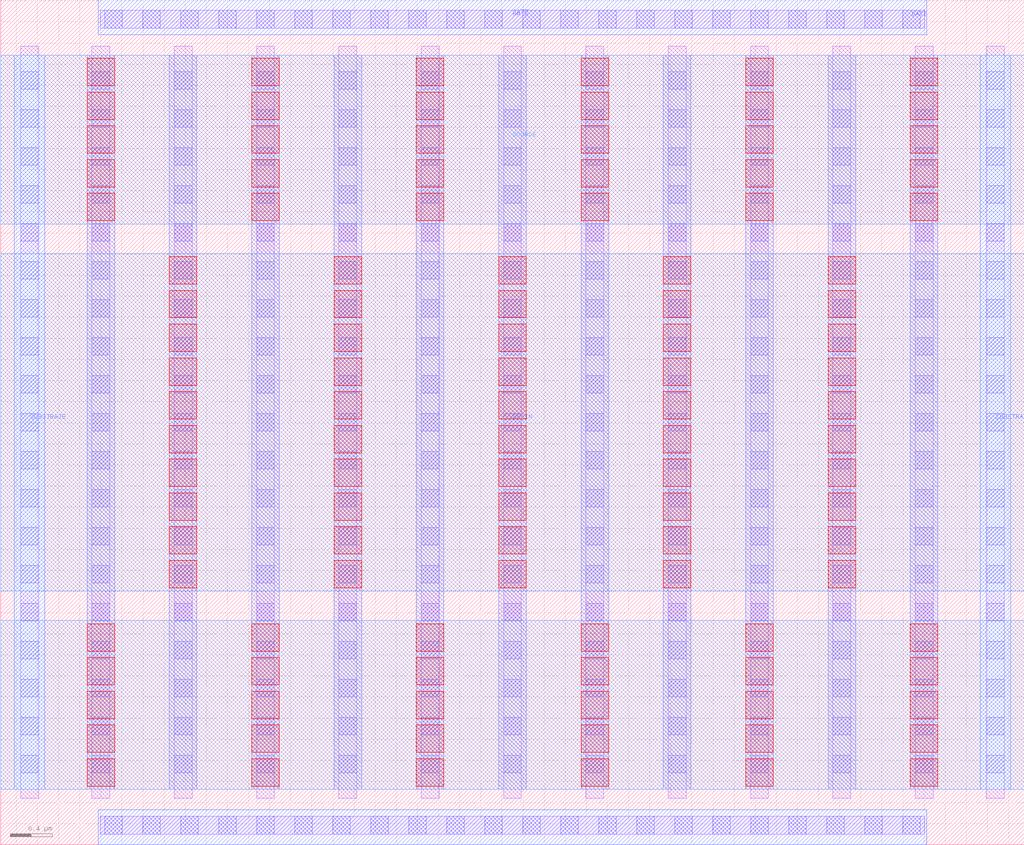
<source format=lef>
# Copyright 2020 The SkyWater PDK Authors
#
# Licensed under the Apache License, Version 2.0 (the "License");
# you may not use this file except in compliance with the License.
# You may obtain a copy of the License at
#
#     https://www.apache.org/licenses/LICENSE-2.0
#
# Unless required by applicable law or agreed to in writing, software
# distributed under the License is distributed on an "AS IS" BASIS,
# WITHOUT WARRANTIES OR CONDITIONS OF ANY KIND, either express or implied.
# See the License for the specific language governing permissions and
# limitations under the License.
#
# SPDX-License-Identifier: Apache-2.0

VERSION 5.7 ;
  NOWIREEXTENSIONATPIN ON ;
  DIVIDERCHAR "/" ;
  BUSBITCHARS "[]" ;
MACRO sky130_fd_pr__rf_nfet_g5v0d10v5_aM10W7p00L0p50
  CLASS BLOCK ;
  FOREIGN sky130_fd_pr__rf_nfet_g5v0d10v5_aM10W7p00L0p50 ;
  ORIGIN -0.050000  0.000000 ;
  SIZE  9.700000 BY  8.010000 ;
  PIN DRAIN
    ANTENNADIFFAREA  9.926000 ;
    PORT
      LAYER met2 ;
        RECT 0.050000 2.405000 9.750000 5.605000 ;
    END
  END DRAIN
  PIN GATE
    ANTENNAGATEAREA  35.450001 ;
    PORT
      LAYER li1 ;
        RECT 0.995000 0.100000 8.805000 0.270000 ;
        RECT 0.995000 7.740000 8.805000 7.910000 ;
      LAYER mcon ;
        RECT 1.035000 0.100000 1.205000 0.270000 ;
        RECT 1.035000 7.740000 1.205000 7.910000 ;
        RECT 1.395000 0.100000 1.565000 0.270000 ;
        RECT 1.395000 7.740000 1.565000 7.910000 ;
        RECT 1.755000 0.100000 1.925000 0.270000 ;
        RECT 1.755000 7.740000 1.925000 7.910000 ;
        RECT 2.115000 0.100000 2.285000 0.270000 ;
        RECT 2.115000 7.740000 2.285000 7.910000 ;
        RECT 2.475000 0.100000 2.645000 0.270000 ;
        RECT 2.475000 7.740000 2.645000 7.910000 ;
        RECT 2.835000 0.100000 3.005000 0.270000 ;
        RECT 2.835000 7.740000 3.005000 7.910000 ;
        RECT 3.195000 0.100000 3.365000 0.270000 ;
        RECT 3.195000 7.740000 3.365000 7.910000 ;
        RECT 3.555000 0.100000 3.725000 0.270000 ;
        RECT 3.555000 7.740000 3.725000 7.910000 ;
        RECT 3.915000 0.100000 4.085000 0.270000 ;
        RECT 3.915000 7.740000 4.085000 7.910000 ;
        RECT 4.275000 0.100000 4.445000 0.270000 ;
        RECT 4.275000 7.740000 4.445000 7.910000 ;
        RECT 4.635000 0.100000 4.805000 0.270000 ;
        RECT 4.635000 7.740000 4.805000 7.910000 ;
        RECT 4.995000 0.100000 5.165000 0.270000 ;
        RECT 4.995000 7.740000 5.165000 7.910000 ;
        RECT 5.355000 0.100000 5.525000 0.270000 ;
        RECT 5.355000 7.740000 5.525000 7.910000 ;
        RECT 5.715000 0.100000 5.885000 0.270000 ;
        RECT 5.715000 7.740000 5.885000 7.910000 ;
        RECT 6.075000 0.100000 6.245000 0.270000 ;
        RECT 6.075000 7.740000 6.245000 7.910000 ;
        RECT 6.435000 0.100000 6.605000 0.270000 ;
        RECT 6.435000 7.740000 6.605000 7.910000 ;
        RECT 6.795000 0.100000 6.965000 0.270000 ;
        RECT 6.795000 7.740000 6.965000 7.910000 ;
        RECT 7.155000 0.100000 7.325000 0.270000 ;
        RECT 7.155000 7.740000 7.325000 7.910000 ;
        RECT 7.515000 0.100000 7.685000 0.270000 ;
        RECT 7.515000 7.740000 7.685000 7.910000 ;
        RECT 7.875000 0.100000 8.045000 0.270000 ;
        RECT 7.875000 7.740000 8.045000 7.910000 ;
        RECT 8.235000 0.100000 8.405000 0.270000 ;
        RECT 8.235000 7.740000 8.405000 7.910000 ;
        RECT 8.595000 0.100000 8.765000 0.270000 ;
        RECT 8.595000 7.740000 8.765000 7.910000 ;
    END
    PORT
      LAYER met1 ;
        RECT 0.975000 0.000000 8.825000 0.330000 ;
        RECT 0.975000 7.680000 8.825000 8.010000 ;
    END
  END GATE
  PIN SOURCE
    ANTENNADIFFAREA  11.91120 ;
    PORT
      LAYER met2 ;
        RECT 0.050000 0.525000 9.750000 2.125000 ;
        RECT 0.050000 5.885000 9.750000 7.485000 ;
    END
  END SOURCE
  PIN SUBSTRATE
    ANTENNADIFFAREA  2.056100 ;
    PORT
      LAYER met1 ;
        RECT 0.180000 0.525000 0.470000 7.485000 ;
    END
    PORT
      LAYER met1 ;
        RECT 9.330000 0.525000 9.620000 7.485000 ;
    END
  END SUBSTRATE
  OBS
    LAYER li1 ;
      RECT 0.240000 0.440000 0.410000 7.570000 ;
      RECT 0.915000 0.440000 1.085000 7.570000 ;
      RECT 1.695000 0.440000 1.865000 7.570000 ;
      RECT 2.475000 0.440000 2.645000 7.570000 ;
      RECT 3.255000 0.440000 3.425000 7.570000 ;
      RECT 4.035000 0.440000 4.205000 7.570000 ;
      RECT 4.815000 0.440000 4.985000 7.570000 ;
      RECT 5.595000 0.440000 5.765000 7.570000 ;
      RECT 6.375000 0.440000 6.545000 7.570000 ;
      RECT 7.155000 0.440000 7.325000 7.570000 ;
      RECT 7.935000 0.440000 8.105000 7.570000 ;
      RECT 8.715000 0.440000 8.885000 7.570000 ;
      RECT 9.390000 0.440000 9.560000 7.570000 ;
    LAYER mcon ;
      RECT 0.240000 0.680000 0.410000 0.850000 ;
      RECT 0.240000 1.040000 0.410000 1.210000 ;
      RECT 0.240000 1.400000 0.410000 1.570000 ;
      RECT 0.240000 1.760000 0.410000 1.930000 ;
      RECT 0.240000 2.120000 0.410000 2.290000 ;
      RECT 0.240000 2.480000 0.410000 2.650000 ;
      RECT 0.240000 2.840000 0.410000 3.010000 ;
      RECT 0.240000 3.200000 0.410000 3.370000 ;
      RECT 0.240000 3.560000 0.410000 3.730000 ;
      RECT 0.240000 3.920000 0.410000 4.090000 ;
      RECT 0.240000 4.280000 0.410000 4.450000 ;
      RECT 0.240000 4.640000 0.410000 4.810000 ;
      RECT 0.240000 5.000000 0.410000 5.170000 ;
      RECT 0.240000 5.360000 0.410000 5.530000 ;
      RECT 0.240000 5.720000 0.410000 5.890000 ;
      RECT 0.240000 6.080000 0.410000 6.250000 ;
      RECT 0.240000 6.440000 0.410000 6.610000 ;
      RECT 0.240000 6.800000 0.410000 6.970000 ;
      RECT 0.240000 7.160000 0.410000 7.330000 ;
      RECT 0.915000 0.680000 1.085000 0.850000 ;
      RECT 0.915000 1.040000 1.085000 1.210000 ;
      RECT 0.915000 1.400000 1.085000 1.570000 ;
      RECT 0.915000 1.760000 1.085000 1.930000 ;
      RECT 0.915000 2.120000 1.085000 2.290000 ;
      RECT 0.915000 2.480000 1.085000 2.650000 ;
      RECT 0.915000 2.840000 1.085000 3.010000 ;
      RECT 0.915000 3.200000 1.085000 3.370000 ;
      RECT 0.915000 3.560000 1.085000 3.730000 ;
      RECT 0.915000 3.920000 1.085000 4.090000 ;
      RECT 0.915000 4.280000 1.085000 4.450000 ;
      RECT 0.915000 4.640000 1.085000 4.810000 ;
      RECT 0.915000 5.000000 1.085000 5.170000 ;
      RECT 0.915000 5.360000 1.085000 5.530000 ;
      RECT 0.915000 5.720000 1.085000 5.890000 ;
      RECT 0.915000 6.080000 1.085000 6.250000 ;
      RECT 0.915000 6.440000 1.085000 6.610000 ;
      RECT 0.915000 6.800000 1.085000 6.970000 ;
      RECT 0.915000 7.160000 1.085000 7.330000 ;
      RECT 1.695000 0.680000 1.865000 0.850000 ;
      RECT 1.695000 1.040000 1.865000 1.210000 ;
      RECT 1.695000 1.400000 1.865000 1.570000 ;
      RECT 1.695000 1.760000 1.865000 1.930000 ;
      RECT 1.695000 2.120000 1.865000 2.290000 ;
      RECT 1.695000 2.480000 1.865000 2.650000 ;
      RECT 1.695000 2.840000 1.865000 3.010000 ;
      RECT 1.695000 3.200000 1.865000 3.370000 ;
      RECT 1.695000 3.560000 1.865000 3.730000 ;
      RECT 1.695000 3.920000 1.865000 4.090000 ;
      RECT 1.695000 4.280000 1.865000 4.450000 ;
      RECT 1.695000 4.640000 1.865000 4.810000 ;
      RECT 1.695000 5.000000 1.865000 5.170000 ;
      RECT 1.695000 5.360000 1.865000 5.530000 ;
      RECT 1.695000 5.720000 1.865000 5.890000 ;
      RECT 1.695000 6.080000 1.865000 6.250000 ;
      RECT 1.695000 6.440000 1.865000 6.610000 ;
      RECT 1.695000 6.800000 1.865000 6.970000 ;
      RECT 1.695000 7.160000 1.865000 7.330000 ;
      RECT 2.475000 0.680000 2.645000 0.850000 ;
      RECT 2.475000 1.040000 2.645000 1.210000 ;
      RECT 2.475000 1.400000 2.645000 1.570000 ;
      RECT 2.475000 1.760000 2.645000 1.930000 ;
      RECT 2.475000 2.120000 2.645000 2.290000 ;
      RECT 2.475000 2.480000 2.645000 2.650000 ;
      RECT 2.475000 2.840000 2.645000 3.010000 ;
      RECT 2.475000 3.200000 2.645000 3.370000 ;
      RECT 2.475000 3.560000 2.645000 3.730000 ;
      RECT 2.475000 3.920000 2.645000 4.090000 ;
      RECT 2.475000 4.280000 2.645000 4.450000 ;
      RECT 2.475000 4.640000 2.645000 4.810000 ;
      RECT 2.475000 5.000000 2.645000 5.170000 ;
      RECT 2.475000 5.360000 2.645000 5.530000 ;
      RECT 2.475000 5.720000 2.645000 5.890000 ;
      RECT 2.475000 6.080000 2.645000 6.250000 ;
      RECT 2.475000 6.440000 2.645000 6.610000 ;
      RECT 2.475000 6.800000 2.645000 6.970000 ;
      RECT 2.475000 7.160000 2.645000 7.330000 ;
      RECT 3.255000 0.680000 3.425000 0.850000 ;
      RECT 3.255000 1.040000 3.425000 1.210000 ;
      RECT 3.255000 1.400000 3.425000 1.570000 ;
      RECT 3.255000 1.760000 3.425000 1.930000 ;
      RECT 3.255000 2.120000 3.425000 2.290000 ;
      RECT 3.255000 2.480000 3.425000 2.650000 ;
      RECT 3.255000 2.840000 3.425000 3.010000 ;
      RECT 3.255000 3.200000 3.425000 3.370000 ;
      RECT 3.255000 3.560000 3.425000 3.730000 ;
      RECT 3.255000 3.920000 3.425000 4.090000 ;
      RECT 3.255000 4.280000 3.425000 4.450000 ;
      RECT 3.255000 4.640000 3.425000 4.810000 ;
      RECT 3.255000 5.000000 3.425000 5.170000 ;
      RECT 3.255000 5.360000 3.425000 5.530000 ;
      RECT 3.255000 5.720000 3.425000 5.890000 ;
      RECT 3.255000 6.080000 3.425000 6.250000 ;
      RECT 3.255000 6.440000 3.425000 6.610000 ;
      RECT 3.255000 6.800000 3.425000 6.970000 ;
      RECT 3.255000 7.160000 3.425000 7.330000 ;
      RECT 4.035000 0.680000 4.205000 0.850000 ;
      RECT 4.035000 1.040000 4.205000 1.210000 ;
      RECT 4.035000 1.400000 4.205000 1.570000 ;
      RECT 4.035000 1.760000 4.205000 1.930000 ;
      RECT 4.035000 2.120000 4.205000 2.290000 ;
      RECT 4.035000 2.480000 4.205000 2.650000 ;
      RECT 4.035000 2.840000 4.205000 3.010000 ;
      RECT 4.035000 3.200000 4.205000 3.370000 ;
      RECT 4.035000 3.560000 4.205000 3.730000 ;
      RECT 4.035000 3.920000 4.205000 4.090000 ;
      RECT 4.035000 4.280000 4.205000 4.450000 ;
      RECT 4.035000 4.640000 4.205000 4.810000 ;
      RECT 4.035000 5.000000 4.205000 5.170000 ;
      RECT 4.035000 5.360000 4.205000 5.530000 ;
      RECT 4.035000 5.720000 4.205000 5.890000 ;
      RECT 4.035000 6.080000 4.205000 6.250000 ;
      RECT 4.035000 6.440000 4.205000 6.610000 ;
      RECT 4.035000 6.800000 4.205000 6.970000 ;
      RECT 4.035000 7.160000 4.205000 7.330000 ;
      RECT 4.815000 0.680000 4.985000 0.850000 ;
      RECT 4.815000 1.040000 4.985000 1.210000 ;
      RECT 4.815000 1.400000 4.985000 1.570000 ;
      RECT 4.815000 1.760000 4.985000 1.930000 ;
      RECT 4.815000 2.120000 4.985000 2.290000 ;
      RECT 4.815000 2.480000 4.985000 2.650000 ;
      RECT 4.815000 2.840000 4.985000 3.010000 ;
      RECT 4.815000 3.200000 4.985000 3.370000 ;
      RECT 4.815000 3.560000 4.985000 3.730000 ;
      RECT 4.815000 3.920000 4.985000 4.090000 ;
      RECT 4.815000 4.280000 4.985000 4.450000 ;
      RECT 4.815000 4.640000 4.985000 4.810000 ;
      RECT 4.815000 5.000000 4.985000 5.170000 ;
      RECT 4.815000 5.360000 4.985000 5.530000 ;
      RECT 4.815000 5.720000 4.985000 5.890000 ;
      RECT 4.815000 6.080000 4.985000 6.250000 ;
      RECT 4.815000 6.440000 4.985000 6.610000 ;
      RECT 4.815000 6.800000 4.985000 6.970000 ;
      RECT 4.815000 7.160000 4.985000 7.330000 ;
      RECT 5.595000 0.680000 5.765000 0.850000 ;
      RECT 5.595000 1.040000 5.765000 1.210000 ;
      RECT 5.595000 1.400000 5.765000 1.570000 ;
      RECT 5.595000 1.760000 5.765000 1.930000 ;
      RECT 5.595000 2.120000 5.765000 2.290000 ;
      RECT 5.595000 2.480000 5.765000 2.650000 ;
      RECT 5.595000 2.840000 5.765000 3.010000 ;
      RECT 5.595000 3.200000 5.765000 3.370000 ;
      RECT 5.595000 3.560000 5.765000 3.730000 ;
      RECT 5.595000 3.920000 5.765000 4.090000 ;
      RECT 5.595000 4.280000 5.765000 4.450000 ;
      RECT 5.595000 4.640000 5.765000 4.810000 ;
      RECT 5.595000 5.000000 5.765000 5.170000 ;
      RECT 5.595000 5.360000 5.765000 5.530000 ;
      RECT 5.595000 5.720000 5.765000 5.890000 ;
      RECT 5.595000 6.080000 5.765000 6.250000 ;
      RECT 5.595000 6.440000 5.765000 6.610000 ;
      RECT 5.595000 6.800000 5.765000 6.970000 ;
      RECT 5.595000 7.160000 5.765000 7.330000 ;
      RECT 6.375000 0.680000 6.545000 0.850000 ;
      RECT 6.375000 1.040000 6.545000 1.210000 ;
      RECT 6.375000 1.400000 6.545000 1.570000 ;
      RECT 6.375000 1.760000 6.545000 1.930000 ;
      RECT 6.375000 2.120000 6.545000 2.290000 ;
      RECT 6.375000 2.480000 6.545000 2.650000 ;
      RECT 6.375000 2.840000 6.545000 3.010000 ;
      RECT 6.375000 3.200000 6.545000 3.370000 ;
      RECT 6.375000 3.560000 6.545000 3.730000 ;
      RECT 6.375000 3.920000 6.545000 4.090000 ;
      RECT 6.375000 4.280000 6.545000 4.450000 ;
      RECT 6.375000 4.640000 6.545000 4.810000 ;
      RECT 6.375000 5.000000 6.545000 5.170000 ;
      RECT 6.375000 5.360000 6.545000 5.530000 ;
      RECT 6.375000 5.720000 6.545000 5.890000 ;
      RECT 6.375000 6.080000 6.545000 6.250000 ;
      RECT 6.375000 6.440000 6.545000 6.610000 ;
      RECT 6.375000 6.800000 6.545000 6.970000 ;
      RECT 6.375000 7.160000 6.545000 7.330000 ;
      RECT 7.155000 0.680000 7.325000 0.850000 ;
      RECT 7.155000 1.040000 7.325000 1.210000 ;
      RECT 7.155000 1.400000 7.325000 1.570000 ;
      RECT 7.155000 1.760000 7.325000 1.930000 ;
      RECT 7.155000 2.120000 7.325000 2.290000 ;
      RECT 7.155000 2.480000 7.325000 2.650000 ;
      RECT 7.155000 2.840000 7.325000 3.010000 ;
      RECT 7.155000 3.200000 7.325000 3.370000 ;
      RECT 7.155000 3.560000 7.325000 3.730000 ;
      RECT 7.155000 3.920000 7.325000 4.090000 ;
      RECT 7.155000 4.280000 7.325000 4.450000 ;
      RECT 7.155000 4.640000 7.325000 4.810000 ;
      RECT 7.155000 5.000000 7.325000 5.170000 ;
      RECT 7.155000 5.360000 7.325000 5.530000 ;
      RECT 7.155000 5.720000 7.325000 5.890000 ;
      RECT 7.155000 6.080000 7.325000 6.250000 ;
      RECT 7.155000 6.440000 7.325000 6.610000 ;
      RECT 7.155000 6.800000 7.325000 6.970000 ;
      RECT 7.155000 7.160000 7.325000 7.330000 ;
      RECT 7.935000 0.680000 8.105000 0.850000 ;
      RECT 7.935000 1.040000 8.105000 1.210000 ;
      RECT 7.935000 1.400000 8.105000 1.570000 ;
      RECT 7.935000 1.760000 8.105000 1.930000 ;
      RECT 7.935000 2.120000 8.105000 2.290000 ;
      RECT 7.935000 2.480000 8.105000 2.650000 ;
      RECT 7.935000 2.840000 8.105000 3.010000 ;
      RECT 7.935000 3.200000 8.105000 3.370000 ;
      RECT 7.935000 3.560000 8.105000 3.730000 ;
      RECT 7.935000 3.920000 8.105000 4.090000 ;
      RECT 7.935000 4.280000 8.105000 4.450000 ;
      RECT 7.935000 4.640000 8.105000 4.810000 ;
      RECT 7.935000 5.000000 8.105000 5.170000 ;
      RECT 7.935000 5.360000 8.105000 5.530000 ;
      RECT 7.935000 5.720000 8.105000 5.890000 ;
      RECT 7.935000 6.080000 8.105000 6.250000 ;
      RECT 7.935000 6.440000 8.105000 6.610000 ;
      RECT 7.935000 6.800000 8.105000 6.970000 ;
      RECT 7.935000 7.160000 8.105000 7.330000 ;
      RECT 8.715000 0.680000 8.885000 0.850000 ;
      RECT 8.715000 1.040000 8.885000 1.210000 ;
      RECT 8.715000 1.400000 8.885000 1.570000 ;
      RECT 8.715000 1.760000 8.885000 1.930000 ;
      RECT 8.715000 2.120000 8.885000 2.290000 ;
      RECT 8.715000 2.480000 8.885000 2.650000 ;
      RECT 8.715000 2.840000 8.885000 3.010000 ;
      RECT 8.715000 3.200000 8.885000 3.370000 ;
      RECT 8.715000 3.560000 8.885000 3.730000 ;
      RECT 8.715000 3.920000 8.885000 4.090000 ;
      RECT 8.715000 4.280000 8.885000 4.450000 ;
      RECT 8.715000 4.640000 8.885000 4.810000 ;
      RECT 8.715000 5.000000 8.885000 5.170000 ;
      RECT 8.715000 5.360000 8.885000 5.530000 ;
      RECT 8.715000 5.720000 8.885000 5.890000 ;
      RECT 8.715000 6.080000 8.885000 6.250000 ;
      RECT 8.715000 6.440000 8.885000 6.610000 ;
      RECT 8.715000 6.800000 8.885000 6.970000 ;
      RECT 8.715000 7.160000 8.885000 7.330000 ;
      RECT 9.390000 0.680000 9.560000 0.850000 ;
      RECT 9.390000 1.040000 9.560000 1.210000 ;
      RECT 9.390000 1.400000 9.560000 1.570000 ;
      RECT 9.390000 1.760000 9.560000 1.930000 ;
      RECT 9.390000 2.120000 9.560000 2.290000 ;
      RECT 9.390000 2.480000 9.560000 2.650000 ;
      RECT 9.390000 2.840000 9.560000 3.010000 ;
      RECT 9.390000 3.200000 9.560000 3.370000 ;
      RECT 9.390000 3.560000 9.560000 3.730000 ;
      RECT 9.390000 3.920000 9.560000 4.090000 ;
      RECT 9.390000 4.280000 9.560000 4.450000 ;
      RECT 9.390000 4.640000 9.560000 4.810000 ;
      RECT 9.390000 5.000000 9.560000 5.170000 ;
      RECT 9.390000 5.360000 9.560000 5.530000 ;
      RECT 9.390000 5.720000 9.560000 5.890000 ;
      RECT 9.390000 6.080000 9.560000 6.250000 ;
      RECT 9.390000 6.440000 9.560000 6.610000 ;
      RECT 9.390000 6.800000 9.560000 6.970000 ;
      RECT 9.390000 7.160000 9.560000 7.330000 ;
    LAYER met1 ;
      RECT 0.870000 0.525000 1.130000 7.485000 ;
      RECT 1.650000 0.525000 1.910000 7.485000 ;
      RECT 2.430000 0.525000 2.690000 7.485000 ;
      RECT 3.210000 0.525000 3.470000 7.485000 ;
      RECT 3.990000 0.525000 4.250000 7.485000 ;
      RECT 4.770000 0.525000 5.030000 7.485000 ;
      RECT 5.550000 0.525000 5.810000 7.485000 ;
      RECT 6.330000 0.525000 6.590000 7.485000 ;
      RECT 7.110000 0.525000 7.370000 7.485000 ;
      RECT 7.890000 0.525000 8.150000 7.485000 ;
      RECT 8.670000 0.525000 8.930000 7.485000 ;
    LAYER via ;
      RECT 0.870000 0.555000 1.130000 0.815000 ;
      RECT 0.870000 0.875000 1.130000 1.135000 ;
      RECT 0.870000 1.195000 1.130000 1.455000 ;
      RECT 0.870000 1.515000 1.130000 1.775000 ;
      RECT 0.870000 1.835000 1.130000 2.095000 ;
      RECT 0.870000 5.915000 1.130000 6.175000 ;
      RECT 0.870000 6.235000 1.130000 6.495000 ;
      RECT 0.870000 6.555000 1.130000 6.815000 ;
      RECT 0.870000 6.875000 1.130000 7.135000 ;
      RECT 0.870000 7.195000 1.130000 7.455000 ;
      RECT 1.650000 2.435000 1.910000 2.695000 ;
      RECT 1.650000 2.755000 1.910000 3.015000 ;
      RECT 1.650000 3.075000 1.910000 3.335000 ;
      RECT 1.650000 3.395000 1.910000 3.655000 ;
      RECT 1.650000 3.715000 1.910000 3.975000 ;
      RECT 1.650000 4.035000 1.910000 4.295000 ;
      RECT 1.650000 4.355000 1.910000 4.615000 ;
      RECT 1.650000 4.675000 1.910000 4.935000 ;
      RECT 1.650000 4.995000 1.910000 5.255000 ;
      RECT 1.650000 5.315000 1.910000 5.575000 ;
      RECT 2.430000 0.555000 2.690000 0.815000 ;
      RECT 2.430000 0.875000 2.690000 1.135000 ;
      RECT 2.430000 1.195000 2.690000 1.455000 ;
      RECT 2.430000 1.515000 2.690000 1.775000 ;
      RECT 2.430000 1.835000 2.690000 2.095000 ;
      RECT 2.430000 5.915000 2.690000 6.175000 ;
      RECT 2.430000 6.235000 2.690000 6.495000 ;
      RECT 2.430000 6.555000 2.690000 6.815000 ;
      RECT 2.430000 6.875000 2.690000 7.135000 ;
      RECT 2.430000 7.195000 2.690000 7.455000 ;
      RECT 3.210000 2.435000 3.470000 2.695000 ;
      RECT 3.210000 2.755000 3.470000 3.015000 ;
      RECT 3.210000 3.075000 3.470000 3.335000 ;
      RECT 3.210000 3.395000 3.470000 3.655000 ;
      RECT 3.210000 3.715000 3.470000 3.975000 ;
      RECT 3.210000 4.035000 3.470000 4.295000 ;
      RECT 3.210000 4.355000 3.470000 4.615000 ;
      RECT 3.210000 4.675000 3.470000 4.935000 ;
      RECT 3.210000 4.995000 3.470000 5.255000 ;
      RECT 3.210000 5.315000 3.470000 5.575000 ;
      RECT 3.990000 0.555000 4.250000 0.815000 ;
      RECT 3.990000 0.875000 4.250000 1.135000 ;
      RECT 3.990000 1.195000 4.250000 1.455000 ;
      RECT 3.990000 1.515000 4.250000 1.775000 ;
      RECT 3.990000 1.835000 4.250000 2.095000 ;
      RECT 3.990000 5.915000 4.250000 6.175000 ;
      RECT 3.990000 6.235000 4.250000 6.495000 ;
      RECT 3.990000 6.555000 4.250000 6.815000 ;
      RECT 3.990000 6.875000 4.250000 7.135000 ;
      RECT 3.990000 7.195000 4.250000 7.455000 ;
      RECT 4.770000 2.435000 5.030000 2.695000 ;
      RECT 4.770000 2.755000 5.030000 3.015000 ;
      RECT 4.770000 3.075000 5.030000 3.335000 ;
      RECT 4.770000 3.395000 5.030000 3.655000 ;
      RECT 4.770000 3.715000 5.030000 3.975000 ;
      RECT 4.770000 4.035000 5.030000 4.295000 ;
      RECT 4.770000 4.355000 5.030000 4.615000 ;
      RECT 4.770000 4.675000 5.030000 4.935000 ;
      RECT 4.770000 4.995000 5.030000 5.255000 ;
      RECT 4.770000 5.315000 5.030000 5.575000 ;
      RECT 5.550000 0.555000 5.810000 0.815000 ;
      RECT 5.550000 0.875000 5.810000 1.135000 ;
      RECT 5.550000 1.195000 5.810000 1.455000 ;
      RECT 5.550000 1.515000 5.810000 1.775000 ;
      RECT 5.550000 1.835000 5.810000 2.095000 ;
      RECT 5.550000 5.915000 5.810000 6.175000 ;
      RECT 5.550000 6.235000 5.810000 6.495000 ;
      RECT 5.550000 6.555000 5.810000 6.815000 ;
      RECT 5.550000 6.875000 5.810000 7.135000 ;
      RECT 5.550000 7.195000 5.810000 7.455000 ;
      RECT 6.330000 2.435000 6.590000 2.695000 ;
      RECT 6.330000 2.755000 6.590000 3.015000 ;
      RECT 6.330000 3.075000 6.590000 3.335000 ;
      RECT 6.330000 3.395000 6.590000 3.655000 ;
      RECT 6.330000 3.715000 6.590000 3.975000 ;
      RECT 6.330000 4.035000 6.590000 4.295000 ;
      RECT 6.330000 4.355000 6.590000 4.615000 ;
      RECT 6.330000 4.675000 6.590000 4.935000 ;
      RECT 6.330000 4.995000 6.590000 5.255000 ;
      RECT 6.330000 5.315000 6.590000 5.575000 ;
      RECT 7.110000 0.555000 7.370000 0.815000 ;
      RECT 7.110000 0.875000 7.370000 1.135000 ;
      RECT 7.110000 1.195000 7.370000 1.455000 ;
      RECT 7.110000 1.515000 7.370000 1.775000 ;
      RECT 7.110000 1.835000 7.370000 2.095000 ;
      RECT 7.110000 5.915000 7.370000 6.175000 ;
      RECT 7.110000 6.235000 7.370000 6.495000 ;
      RECT 7.110000 6.555000 7.370000 6.815000 ;
      RECT 7.110000 6.875000 7.370000 7.135000 ;
      RECT 7.110000 7.195000 7.370000 7.455000 ;
      RECT 7.890000 2.435000 8.150000 2.695000 ;
      RECT 7.890000 2.755000 8.150000 3.015000 ;
      RECT 7.890000 3.075000 8.150000 3.335000 ;
      RECT 7.890000 3.395000 8.150000 3.655000 ;
      RECT 7.890000 3.715000 8.150000 3.975000 ;
      RECT 7.890000 4.035000 8.150000 4.295000 ;
      RECT 7.890000 4.355000 8.150000 4.615000 ;
      RECT 7.890000 4.675000 8.150000 4.935000 ;
      RECT 7.890000 4.995000 8.150000 5.255000 ;
      RECT 7.890000 5.315000 8.150000 5.575000 ;
      RECT 8.670000 0.555000 8.930000 0.815000 ;
      RECT 8.670000 0.875000 8.930000 1.135000 ;
      RECT 8.670000 1.195000 8.930000 1.455000 ;
      RECT 8.670000 1.515000 8.930000 1.775000 ;
      RECT 8.670000 1.835000 8.930000 2.095000 ;
      RECT 8.670000 5.915000 8.930000 6.175000 ;
      RECT 8.670000 6.235000 8.930000 6.495000 ;
      RECT 8.670000 6.555000 8.930000 6.815000 ;
      RECT 8.670000 6.875000 8.930000 7.135000 ;
      RECT 8.670000 7.195000 8.930000 7.455000 ;
  END
END sky130_fd_pr__rf_nfet_g5v0d10v5_aM10W7p00L0p50
END LIBRARY

</source>
